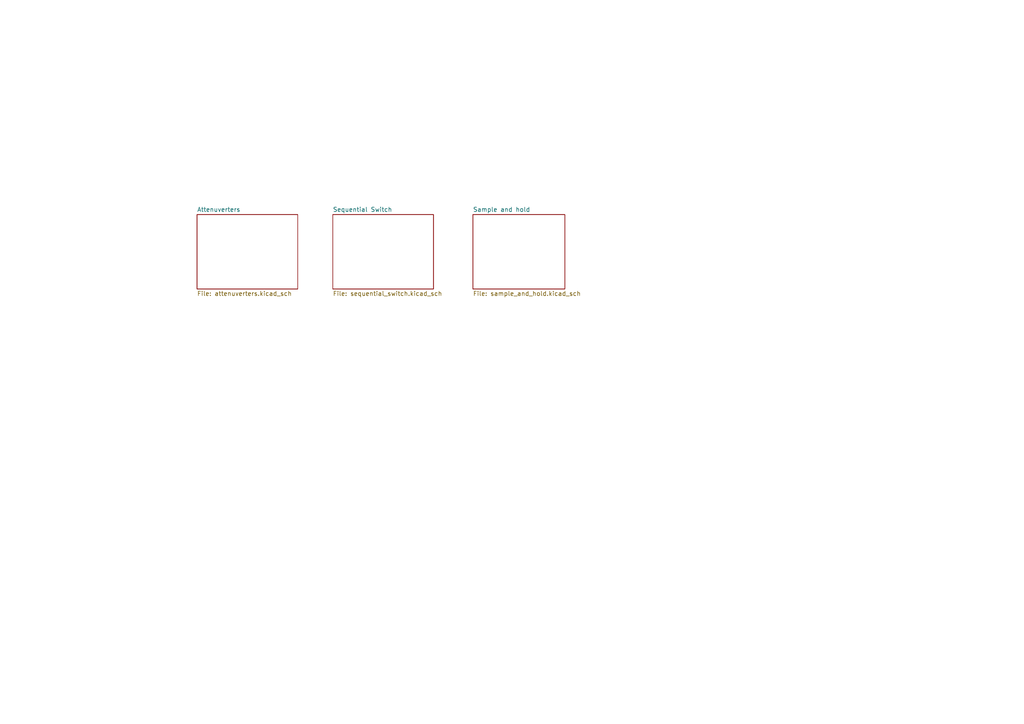
<source format=kicad_sch>
(kicad_sch
	(version 20231120)
	(generator "eeschema")
	(generator_version "8.0")
	(uuid "1090b42d-0526-4901-ae26-1a4493d10820")
	(paper "A4")
	(lib_symbols)
	(sheet
		(at 96.52 62.23)
		(size 29.21 21.59)
		(fields_autoplaced yes)
		(stroke
			(width 0.1524)
			(type solid)
		)
		(fill
			(color 0 0 0 0.0000)
		)
		(uuid "2b1f5cdb-90a3-4ec5-b6e1-18ae5a178b97")
		(property "Sheetname" "Sequential Switch"
			(at 96.52 61.5184 0)
			(effects
				(font
					(size 1.27 1.27)
				)
				(justify left bottom)
			)
		)
		(property "Sheetfile" "sequential_switch.kicad_sch"
			(at 96.52 84.4046 0)
			(effects
				(font
					(size 1.27 1.27)
				)
				(justify left top)
			)
		)
		(instances
			(project "switch_sequencer"
				(path "/1090b42d-0526-4901-ae26-1a4493d10820"
					(page "3")
				)
			)
		)
	)
	(sheet
		(at 137.16 62.23)
		(size 26.67 21.59)
		(fields_autoplaced yes)
		(stroke
			(width 0.1524)
			(type solid)
		)
		(fill
			(color 0 0 0 0.0000)
		)
		(uuid "bda4f2da-7791-426e-9143-dc3fdd5eb0a0")
		(property "Sheetname" "Sample and hold"
			(at 137.16 61.5184 0)
			(effects
				(font
					(size 1.27 1.27)
				)
				(justify left bottom)
			)
		)
		(property "Sheetfile" "sample_and_hold.kicad_sch"
			(at 137.16 84.4046 0)
			(effects
				(font
					(size 1.27 1.27)
				)
				(justify left top)
			)
		)
		(instances
			(project "switch_sequencer"
				(path "/1090b42d-0526-4901-ae26-1a4493d10820"
					(page "8")
				)
			)
		)
	)
	(sheet
		(at 57.15 62.23)
		(size 29.21 21.59)
		(fields_autoplaced yes)
		(stroke
			(width 0.1524)
			(type solid)
		)
		(fill
			(color 0 0 0 0.0000)
		)
		(uuid "c21975fb-1aad-4817-bd76-de40397c1585")
		(property "Sheetname" "Attenuverters"
			(at 57.15 61.5184 0)
			(effects
				(font
					(size 1.27 1.27)
				)
				(justify left bottom)
			)
		)
		(property "Sheetfile" "attenuverters.kicad_sch"
			(at 57.15 84.4046 0)
			(effects
				(font
					(size 1.27 1.27)
				)
				(justify left top)
			)
		)
		(instances
			(project "switch_sequencer"
				(path "/1090b42d-0526-4901-ae26-1a4493d10820"
					(page "2")
				)
			)
		)
	)
	(sheet_instances
		(path "/"
			(page "1")
		)
	)
)

</source>
